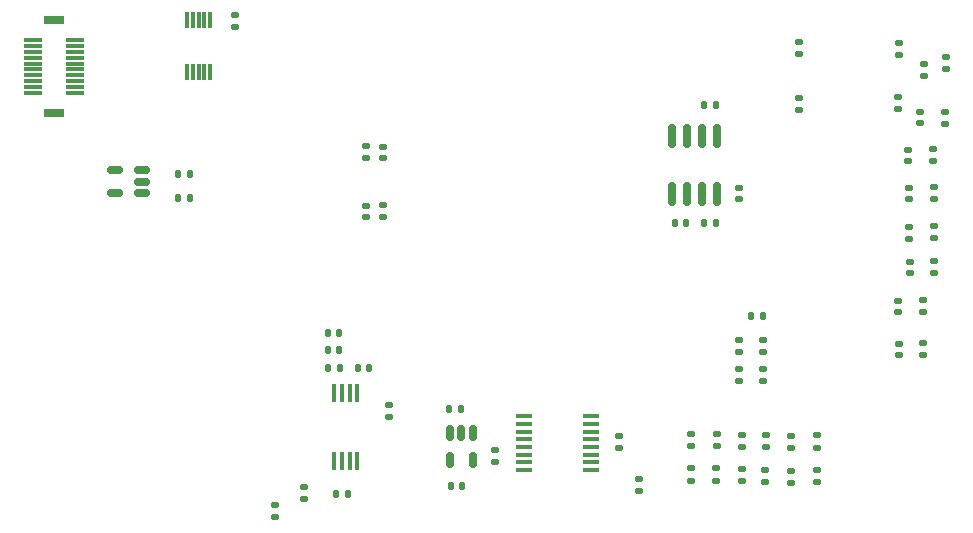
<source format=gbp>
G04 #@! TF.GenerationSoftware,KiCad,Pcbnew,9.0.4*
G04 #@! TF.CreationDate,2025-12-23T06:11:40-05:00*
G04 #@! TF.ProjectId,main_board_v2,6d61696e-5f62-46f6-9172-645f76322e6b,rev?*
G04 #@! TF.SameCoordinates,Original*
G04 #@! TF.FileFunction,Paste,Bot*
G04 #@! TF.FilePolarity,Positive*
%FSLAX46Y46*%
G04 Gerber Fmt 4.6, Leading zero omitted, Abs format (unit mm)*
G04 Created by KiCad (PCBNEW 9.0.4) date 2025-12-23 06:11:40*
%MOMM*%
%LPD*%
G01*
G04 APERTURE LIST*
G04 Aperture macros list*
%AMRoundRect*
0 Rectangle with rounded corners*
0 $1 Rounding radius*
0 $2 $3 $4 $5 $6 $7 $8 $9 X,Y pos of 4 corners*
0 Add a 4 corners polygon primitive as box body*
4,1,4,$2,$3,$4,$5,$6,$7,$8,$9,$2,$3,0*
0 Add four circle primitives for the rounded corners*
1,1,$1+$1,$2,$3*
1,1,$1+$1,$4,$5*
1,1,$1+$1,$6,$7*
1,1,$1+$1,$8,$9*
0 Add four rect primitives between the rounded corners*
20,1,$1+$1,$2,$3,$4,$5,0*
20,1,$1+$1,$4,$5,$6,$7,0*
20,1,$1+$1,$6,$7,$8,$9,0*
20,1,$1+$1,$8,$9,$2,$3,0*%
G04 Aperture macros list end*
%ADD10RoundRect,0.135000X-0.185000X0.135000X-0.185000X-0.135000X0.185000X-0.135000X0.185000X0.135000X0*%
%ADD11RoundRect,0.135000X-0.135000X-0.185000X0.135000X-0.185000X0.135000X0.185000X-0.135000X0.185000X0*%
%ADD12RoundRect,0.140000X0.170000X-0.140000X0.170000X0.140000X-0.170000X0.140000X-0.170000X-0.140000X0*%
%ADD13RoundRect,0.140000X0.140000X0.170000X-0.140000X0.170000X-0.140000X-0.170000X0.140000X-0.170000X0*%
%ADD14RoundRect,0.150000X-0.150000X0.825000X-0.150000X-0.825000X0.150000X-0.825000X0.150000X0.825000X0*%
%ADD15RoundRect,0.140000X-0.170000X0.140000X-0.170000X-0.140000X0.170000X-0.140000X0.170000X0.140000X0*%
%ADD16RoundRect,0.135000X0.185000X-0.135000X0.185000X0.135000X-0.185000X0.135000X-0.185000X-0.135000X0*%
%ADD17RoundRect,0.150000X-0.150000X0.512500X-0.150000X-0.512500X0.150000X-0.512500X0.150000X0.512500X0*%
%ADD18RoundRect,0.140000X-0.140000X-0.170000X0.140000X-0.170000X0.140000X0.170000X-0.140000X0.170000X0*%
%ADD19RoundRect,0.150000X0.512500X0.150000X-0.512500X0.150000X-0.512500X-0.150000X0.512500X-0.150000X0*%
%ADD20R,1.473200X0.355600*%
%ADD21R,1.600000X0.300000*%
%ADD22R,1.800000X0.800000*%
%ADD23RoundRect,0.051250X0.153750X-0.733750X0.153750X0.733750X-0.153750X0.733750X-0.153750X-0.733750X0*%
%ADD24R,0.300000X1.400000*%
G04 APERTURE END LIST*
D10*
X113400000Y-63430000D03*
X113400000Y-64450000D03*
X122400000Y-52690000D03*
X122400000Y-53710000D03*
D11*
X59280000Y-40350000D03*
X60300000Y-40350000D03*
D10*
X67500000Y-66380000D03*
X67500000Y-67400000D03*
D12*
X64150000Y-25880000D03*
X64150000Y-24920000D03*
D10*
X108812000Y-52365000D03*
X108812000Y-53385000D03*
X102725000Y-60375000D03*
X102725000Y-61395000D03*
D13*
X104845000Y-32520000D03*
X103885000Y-32520000D03*
D14*
X101145000Y-35105000D03*
X102415000Y-35105000D03*
X103685000Y-35105000D03*
X104955000Y-35105000D03*
X104955000Y-40055000D03*
X103685000Y-40055000D03*
X102415000Y-40055000D03*
X101145000Y-40055000D03*
D15*
X120300000Y-49070000D03*
X120300000Y-50030000D03*
D10*
X111250000Y-63480000D03*
X111250000Y-64500000D03*
D12*
X76700000Y-36991207D03*
X76700000Y-36031207D03*
D10*
X109050000Y-60450000D03*
X109050000Y-61470000D03*
D16*
X124350000Y-29460000D03*
X124350000Y-28440000D03*
D15*
X96638900Y-60558602D03*
X96638900Y-61518602D03*
D17*
X82350000Y-60251102D03*
X83300000Y-60251102D03*
X84250000Y-60251102D03*
X84250000Y-62526102D03*
X82350000Y-62526102D03*
D15*
X121150000Y-36310000D03*
X121150000Y-37270000D03*
D10*
X123350000Y-42790000D03*
X123350000Y-43810000D03*
D11*
X59280000Y-38360000D03*
X60300000Y-38360000D03*
D10*
X111250000Y-60520000D03*
X111250000Y-61540000D03*
D15*
X121200000Y-42860000D03*
X121200000Y-43820000D03*
D10*
X109000000Y-63400000D03*
X109000000Y-64420000D03*
D18*
X82390000Y-64751102D03*
X83350000Y-64751102D03*
D15*
X98338900Y-64190000D03*
X98338900Y-65150000D03*
D16*
X111850000Y-32960000D03*
X111850000Y-31940000D03*
D10*
X107025000Y-63325000D03*
X107025000Y-64345000D03*
D18*
X103865000Y-42520000D03*
X104825000Y-42520000D03*
D13*
X102325000Y-42520000D03*
X101365000Y-42520000D03*
D10*
X77200000Y-57900000D03*
X77200000Y-58920000D03*
D19*
X56237500Y-38050000D03*
X56237500Y-39000000D03*
X56237500Y-39950000D03*
X53962500Y-39950000D03*
X53962500Y-38050000D03*
D10*
X113400000Y-60490000D03*
X113400000Y-61510000D03*
X70000000Y-64890000D03*
X70000000Y-65910000D03*
X123250000Y-36230000D03*
X123250000Y-37250000D03*
D20*
X94258300Y-58863603D03*
X94258300Y-59513601D03*
X94258300Y-60163603D03*
X94258300Y-60813601D03*
X94258300Y-61463600D03*
X94258300Y-62113601D03*
X94258300Y-62763600D03*
X94258300Y-63413601D03*
X88619500Y-63413601D03*
X88619500Y-62763603D03*
X88619500Y-62113601D03*
X88619500Y-61463603D03*
X88619500Y-60813604D03*
X88619500Y-60163603D03*
X88619500Y-59513604D03*
X88619500Y-58863603D03*
D18*
X82270000Y-58250000D03*
X83230000Y-58250000D03*
D15*
X120350000Y-52720000D03*
X120350000Y-53680000D03*
D10*
X106812000Y-52365000D03*
X106812000Y-53385000D03*
X123350000Y-39440000D03*
X123350000Y-40460000D03*
D16*
X122500000Y-30060000D03*
X122500000Y-29040000D03*
D11*
X107812000Y-50375000D03*
X108832000Y-50375000D03*
D10*
X122350000Y-48990000D03*
X122350000Y-50010000D03*
D15*
X121200000Y-39520000D03*
X121200000Y-40480000D03*
D13*
X72985000Y-54780000D03*
X72025000Y-54780000D03*
D16*
X111850000Y-28160000D03*
X111850000Y-27140000D03*
D15*
X75200000Y-41031207D03*
X75200000Y-41991207D03*
D21*
X47000000Y-27000000D03*
X50600000Y-27000000D03*
X47000000Y-27500000D03*
X50600000Y-27500000D03*
X47000000Y-28000000D03*
X50600000Y-28000000D03*
X47000000Y-28500000D03*
X50600000Y-28500000D03*
X47000000Y-29000000D03*
X50600000Y-29000000D03*
X47000000Y-29500000D03*
X50600000Y-29500000D03*
X47000000Y-30000000D03*
X50600000Y-30000000D03*
X47000000Y-30500000D03*
X50600000Y-30500000D03*
X47000000Y-31000000D03*
X50600000Y-31000000D03*
X47000000Y-31500000D03*
X50600000Y-31500000D03*
D22*
X48800000Y-25300000D03*
X48800000Y-33200000D03*
D15*
X122150000Y-33110000D03*
X122150000Y-34070000D03*
D13*
X72965000Y-51780000D03*
X72005000Y-51780000D03*
D10*
X120300000Y-31840000D03*
X120300000Y-32860000D03*
D16*
X106812000Y-55875000D03*
X106812000Y-54855000D03*
X108812000Y-55885000D03*
X108812000Y-54865000D03*
D10*
X123350000Y-45740000D03*
X123350000Y-46760000D03*
D23*
X74500000Y-62650000D03*
X73850000Y-62650000D03*
X73200000Y-62650000D03*
X72550000Y-62650000D03*
X72550000Y-56910000D03*
X73200000Y-56910000D03*
X73850000Y-56910000D03*
X74500000Y-56910000D03*
D15*
X121250000Y-45790000D03*
X121250000Y-46750000D03*
D11*
X72690000Y-65410000D03*
X73710000Y-65410000D03*
D10*
X120350000Y-27240000D03*
X120350000Y-28260000D03*
D13*
X75505000Y-54780000D03*
X74545000Y-54780000D03*
D15*
X86188900Y-61738602D03*
X86188900Y-62698602D03*
D13*
X72965000Y-53280000D03*
X72005000Y-53280000D03*
D15*
X76700000Y-41011207D03*
X76700000Y-41971207D03*
X106800000Y-39540000D03*
X106800000Y-40500000D03*
D16*
X102725000Y-64305000D03*
X102725000Y-63285000D03*
D10*
X124250000Y-33080000D03*
X124250000Y-34100000D03*
X104925000Y-60395000D03*
X104925000Y-61415000D03*
X107075000Y-60475000D03*
X107075000Y-61495000D03*
D12*
X75200000Y-36971207D03*
X75200000Y-36011207D03*
D10*
X104875000Y-63285000D03*
X104875000Y-64305000D03*
D24*
X62050000Y-29750000D03*
X61550000Y-29750000D03*
X61050000Y-29750000D03*
X60550000Y-29750000D03*
X60050000Y-29750000D03*
X60050000Y-25350000D03*
X60550000Y-25350000D03*
X61050000Y-25350000D03*
X61550000Y-25350000D03*
X62050000Y-25350000D03*
M02*

</source>
